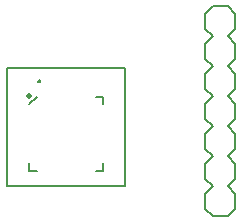
<source format=gto>
G75*
%MOIN*%
%OFA0B0*%
%FSLAX25Y25*%
%IPPOS*%
%LPD*%
%AMOC8*
5,1,8,0,0,1.08239X$1,22.5*
%
%ADD10C,0.00600*%
%ADD11C,0.00800*%
%ADD12C,0.01969*%
D10*
X0019017Y0019017D02*
X0058387Y0019017D01*
X0058387Y0058387D01*
X0019017Y0058387D01*
X0019017Y0019017D01*
X0029551Y0054091D02*
X0029553Y0054057D01*
X0029559Y0054024D01*
X0029568Y0053992D01*
X0029581Y0053961D01*
X0029597Y0053931D01*
X0029616Y0053904D01*
X0029639Y0053879D01*
X0029664Y0053856D01*
X0029691Y0053837D01*
X0029721Y0053821D01*
X0029752Y0053808D01*
X0029784Y0053799D01*
X0029817Y0053793D01*
X0029851Y0053791D01*
X0029885Y0053793D01*
X0029918Y0053799D01*
X0029950Y0053808D01*
X0029981Y0053821D01*
X0030011Y0053837D01*
X0030038Y0053856D01*
X0030063Y0053879D01*
X0030086Y0053904D01*
X0030105Y0053931D01*
X0030121Y0053961D01*
X0030134Y0053992D01*
X0030143Y0054024D01*
X0030149Y0054057D01*
X0030151Y0054091D01*
X0030149Y0054125D01*
X0030143Y0054158D01*
X0030134Y0054190D01*
X0030121Y0054221D01*
X0030105Y0054251D01*
X0030086Y0054278D01*
X0030063Y0054303D01*
X0030038Y0054326D01*
X0030011Y0054345D01*
X0029981Y0054361D01*
X0029950Y0054374D01*
X0029918Y0054383D01*
X0029885Y0054389D01*
X0029851Y0054391D01*
X0029817Y0054389D01*
X0029784Y0054383D01*
X0029752Y0054374D01*
X0029721Y0054361D01*
X0029691Y0054345D01*
X0029664Y0054326D01*
X0029639Y0054303D01*
X0029616Y0054278D01*
X0029597Y0054251D01*
X0029581Y0054221D01*
X0029568Y0054190D01*
X0029559Y0054158D01*
X0029553Y0054125D01*
X0029551Y0054091D01*
D11*
X0029064Y0048887D02*
X0026595Y0046418D01*
X0048749Y0048887D02*
X0051217Y0048887D01*
X0051217Y0046418D01*
X0051217Y0026733D02*
X0051217Y0024265D01*
X0048749Y0024265D01*
X0029064Y0024265D02*
X0026595Y0024265D01*
X0026595Y0026733D01*
X0085260Y0026492D02*
X0085260Y0021492D01*
X0087760Y0018992D01*
X0085260Y0016492D01*
X0085260Y0011492D01*
X0087760Y0008992D01*
X0092760Y0008992D01*
X0095260Y0011492D01*
X0095260Y0016492D01*
X0092760Y0018992D01*
X0095260Y0021492D01*
X0095260Y0026492D01*
X0092760Y0028992D01*
X0095260Y0031492D01*
X0095260Y0036492D01*
X0092760Y0038992D01*
X0095260Y0041492D01*
X0095260Y0046492D01*
X0092760Y0048992D01*
X0095260Y0051492D01*
X0095260Y0056492D01*
X0092760Y0058992D01*
X0095260Y0061492D01*
X0095260Y0066492D01*
X0092760Y0068992D01*
X0095260Y0071492D01*
X0095260Y0076492D01*
X0092760Y0078992D01*
X0087760Y0078992D01*
X0085260Y0076492D01*
X0085260Y0071492D01*
X0087760Y0068992D01*
X0085260Y0066492D01*
X0085260Y0061492D01*
X0087760Y0058992D01*
X0085260Y0056492D01*
X0085260Y0051492D01*
X0087760Y0048992D01*
X0085260Y0046492D01*
X0085260Y0041492D01*
X0087760Y0038992D01*
X0085260Y0036492D01*
X0085260Y0031492D01*
X0087760Y0028992D01*
X0085260Y0026492D01*
D12*
X0026308Y0049174D03*
M02*

</source>
